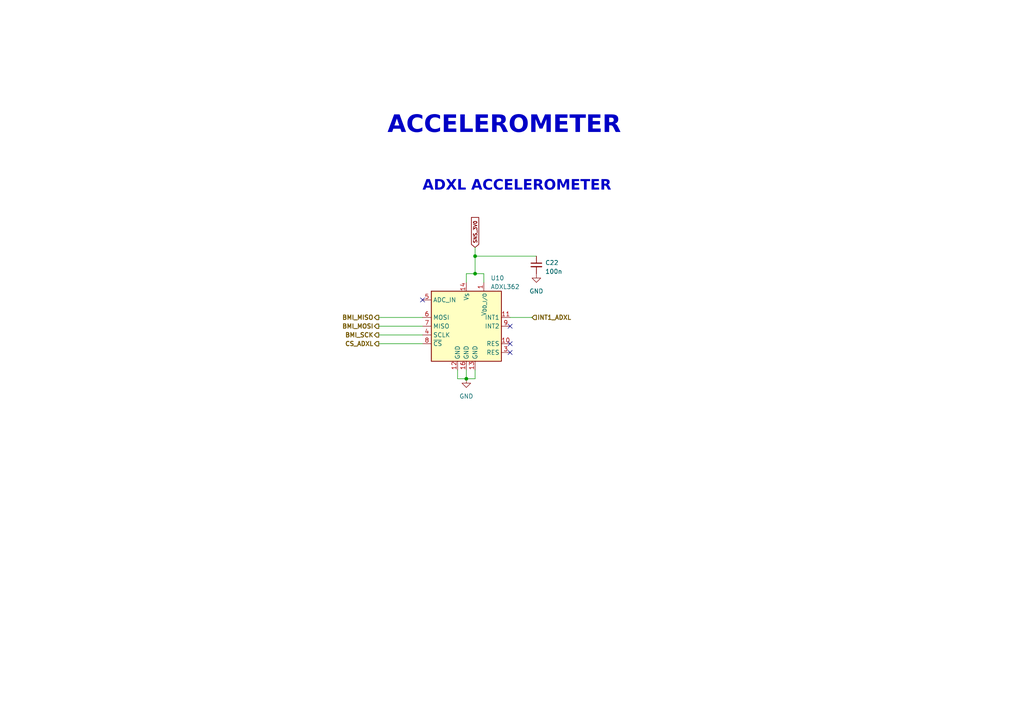
<source format=kicad_sch>
(kicad_sch (version 20230121) (generator eeschema)
  (paper "A4")
  (lib_symbols
    (symbol "Device:C_Small" (pin_numbers hide) (pin_names (offset 0.254) hide)
      (property "Reference" "C" (at 0.254 1.778 0))
      (property "Value" "C_Small" (at 0.254 -2.032 0))
      (symbol "C_Small_0_1"
        (polyline (pts (xy -1.524 -0.508) (xy 1.524 -0.508)) (stroke (width 0.3302)))
        (polyline (pts (xy -1.524 0.508) (xy 1.524 0.508)) (stroke (width 0.3048)))
      )
      (symbol "C_Small_1_1"
        (pin passive line (at 0 2.54 270) (length 2.032) (name "~") (number "1"))
        (pin passive line (at 0 -2.54 90) (length 2.032) (name "~") (number "2"))
      )
    )
    (symbol "GCL_Integrated-Circuits:ADXL362"
      (property "Reference" "U?" (at 15.24 10.16 0))
      (property "Value" "ADXL362" (at 15.24 7.62 0))
      (symbol "ADXL362_0_1"
        (rectangle (start -10.16 10.16) (end 10.16 -10.16) (stroke (width 0.254)) (fill (type background)))
      )
      (symbol "ADXL362_1_1"
        (pin power_in line (at 5.08 12.7 270) (length 2.54) (name "V_{DD_I/O}") (number "1"))
        (pin passive line (at 12.7 -5.08 180) (length 2.54) (name "RES") (number "10"))
        (pin output line (at 12.7 2.54 180) (length 2.54) (name "INT1") (number "11"))
        (pin power_in line (at -2.54 -12.7 90) (length 2.54) (name "GND") (number "12"))
        (pin passive line (at 2.54 -12.7 90) (length 2.54) (name "GND") (number "13"))
        (pin power_in line (at 0 12.7 270) (length 2.54) (name "V_{S}") (number "14"))
        (pin power_in line (at 0 -12.7 90) (length 2.54) (name "GND") (number "16"))
        (pin passive line (at 12.7 -7.62 180) (length 2.54) (name "RES") (number "3"))
        (pin input line (at -12.7 -2.54 0) (length 2.54) (name "SCLK") (number "4"))
        (pin input line (at -12.7 7.62 0) (length 2.54) (name "ADC_IN") (number "5"))
        (pin input line (at -12.7 2.54 0) (length 2.54) (name "MOSI") (number "6"))
        (pin output line (at -12.7 0 0) (length 2.54) (name "MISO") (number "7"))
        (pin input line (at -12.7 -5.08 0) (length 2.54) (name "~{CS}") (number "8"))
        (pin output line (at 12.7 0 180) (length 2.54) (name "INT2") (number "9"))
      )
    )
    (symbol "power:GND" (power) (pin_names (offset 0))
      (property "Value" "GND" (at 0 -3.81 0))
      (symbol "GND_0_1"
        (polyline (pts (xy 0 0) (xy 0 -1.27) (xy 1.27 -1.27) (xy 0 -2.54) (xy -1.27 -1.27) (xy 0 -1.27)))
      )
      (symbol "GND_1_1"
        (pin power_in line (at 0 0 270) (length 0) hide (name "GND") (number "1"))
      )
    )
  )
  (junction (at 137.795 74.295))
  (junction (at 135.255 109.855))
  (junction (at 137.795 79.375))
  (no_connect (at 147.955 99.695))
  (no_connect (at 122.555 86.995))
  (no_connect (at 147.955 94.615))
  (no_connect (at 147.955 102.235))
  (wire (pts (xy 137.795 74.295) (xy 155.575 74.295)))
  (wire (pts (xy 132.715 107.315) (xy 132.715 109.855)))
  (wire (pts (xy 137.795 71.755) (xy 137.795 74.295)))
  (wire (pts (xy 137.795 109.855) (xy 137.795 107.315)))
  (wire (pts (xy 135.255 79.375) (xy 135.255 81.915)))
  (wire (pts (xy 109.855 99.695) (xy 122.555 99.695)))
  (wire (pts (xy 137.795 79.375) (xy 140.335 79.375)))
  (wire (pts (xy 109.855 94.615) (xy 122.555 94.615)))
  (wire (pts (xy 109.855 97.155) (xy 122.555 97.155)))
  (wire (pts (xy 135.255 107.315) (xy 135.255 109.855)))
  (wire (pts (xy 109.855 92.075) (xy 122.555 92.075)))
  (wire (pts (xy 137.795 74.295) (xy 137.795 79.375)))
  (wire (pts (xy 140.335 79.375) (xy 140.335 81.915)))
  (wire (pts (xy 132.715 109.855) (xy 135.255 109.855)))
  (wire (pts (xy 135.255 109.855) (xy 137.795 109.855)))
  (wire (pts (xy 137.795 79.375) (xy 135.255 79.375)))
  (wire (pts (xy 147.955 92.075) (xy 154.305 92.075)))
  (text "ACCELEROMETER" (at 112.395 40.64 0) (effects (font (size 5 5) bold) (justify left bottom)))
  (text "ADXL ACCELEROMETER\n" (at 122.555 56.515 0) (effects (font (size 3 3) (thickness 0.6) bold) (justify left bottom)))
  (global_label "SNS_3V0" (shape input) (at 137.795 71.755 90) (effects (font (size 1 1) bold)) (property "Intersheetrefs" "${INTERSHEET_REFS}" (effects hide)))
  (hierarchical_label "BMI_MISO" (shape output) (at 109.855 92.075 180) (effects (font bold)))
  (hierarchical_label "INT1_ADXL" (shape input) (at 154.305 92.075 0) (effects (font bold)))
  (hierarchical_label "CS_ADXL" (shape output) (at 109.855 99.695 180) (effects (font bold)))
  (hierarchical_label "BMI_MOSI" (shape output) (at 109.855 94.615 180) (effects (font bold)))
  (hierarchical_label "BMI_SCK" (shape output) (at 109.855 97.155 180) (effects (font bold)))
  (symbol (lib_id "power:GND") (at 135.255 109.855 0) (unit 1)
    (property "Reference" "#PWR08" (effects hide))
    (property "Value" "GND" (at 135.255 114.935 0))
  )
  (symbol (lib_id "Device:C_Small") (at 155.575 76.835 0) (unit 1)
    (property "Reference" "C22" (at 158.115 76.2063 0) (effects (justify left)))
    (property "Value" "100n" (at 158.115 78.7463 0) (effects (justify left)))
    (property "Footprint" "Capacitor_SMD:C_0402_1005Metric" (effects hide))
  )
  (symbol (lib_id "power:GND") (at 155.575 79.375 0) (unit 1)
    (property "Reference" "#PWR07" (effects hide))
    (property "Value" "GND" (at 155.575 84.455 0))
  )
  (symbol (lib_id "GCL_Integrated-Circuits:ADXL362") (at 135.255 94.615 0) (unit 1)
    (property "Reference" "U10" (at 142.2909 80.645 0) (effects (justify left)))
    (property "Value" "ADXL362" (at 142.2909 83.185 0) (effects (justify left)))
    (property "Footprint" "Sensor_Motion:Analog_LGA-16_3.25x3mm_P0.5mm_LayoutBorder3x5y" (effects hide))
    (property "Datasheet" "https://www.analog.com/media/en/technical-documentation/data-sheets/ADXL363.pdf" (effects hide))
  )
)
</source>
